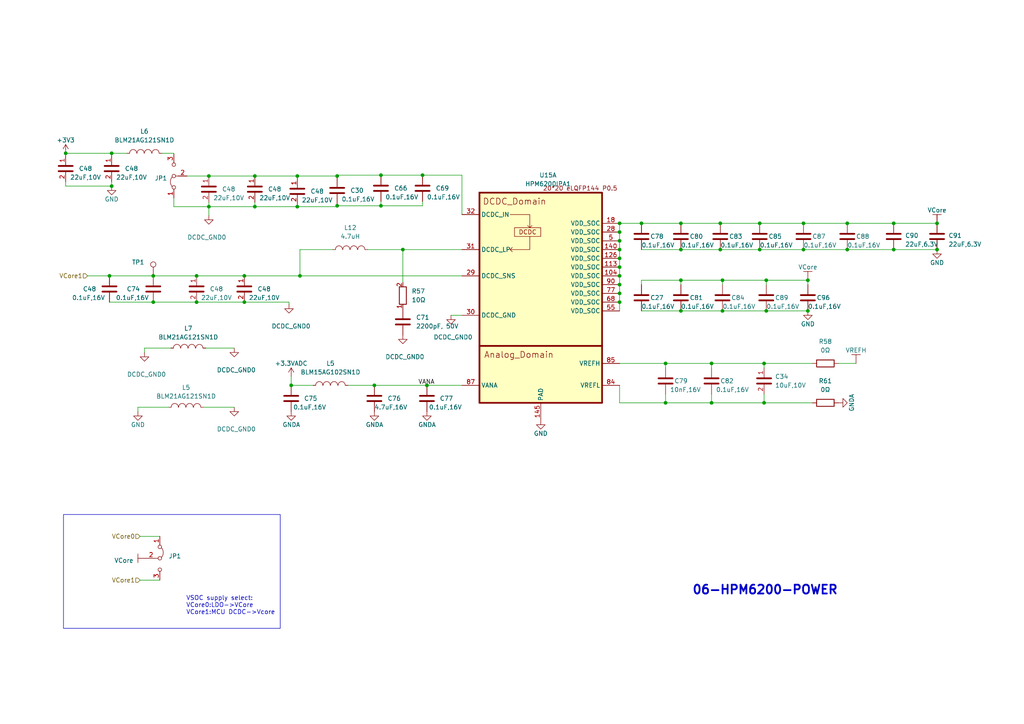
<source format=kicad_sch>
(kicad_sch (version 20230121) (generator eeschema)
  (paper "A4")
  (junction (at 220.345 64.77))
  (junction (at 108.585 111.76))
  (junction (at 60.579 59.944))
  (junction (at 222.25 81.28))
  (junction (at 179.705 67.31))
  (junction (at 208.915 64.77))
  (junction (at 245.745 64.77))
  (junction (at 208.915 72.39))
  (junction (at 57.023 80.01))
  (junction (at 60.579 51.054))
  (junction (at 84.455 111.76))
  (junction (at 193.04 116.84))
  (junction (at 179.705 72.39))
  (junction (at 209.55 90.17))
  (junction (at 197.485 90.17))
  (junction (at 86.233 59.944))
  (junction (at 197.485 64.77))
  (junction (at 110.49 59.69))
  (junction (at 206.375 105.41))
  (junction (at 221.615 116.84))
  (junction (at 233.045 72.39))
  (junction (at 197.485 72.39))
  (junction (at 97.79 59.69))
  (junction (at 86.995 80.01))
  (junction (at 19.05 44.45))
  (junction (at 97.79 51.054))
  (junction (at 206.375 116.84))
  (junction (at 110.49 50.8))
  (junction (at 193.04 105.41))
  (junction (at 179.705 87.63))
  (junction (at 271.78 72.39))
  (junction (at 179.705 80.01))
  (junction (at 32.385 44.45))
  (junction (at 259.207 64.77))
  (junction (at 259.207 72.39))
  (junction (at 245.745 72.39))
  (junction (at 220.345 72.39))
  (junction (at 44.45 87.63))
  (junction (at 179.705 82.55))
  (junction (at 197.485 81.28))
  (junction (at 179.705 69.85))
  (junction (at 222.25 90.17))
  (junction (at 86.233 51.054))
  (junction (at 44.45 80.01))
  (junction (at 57.023 87.63))
  (junction (at 179.705 64.77))
  (junction (at 233.045 64.77))
  (junction (at 116.84 72.39))
  (junction (at 234.315 81.28))
  (junction (at 234.315 90.17))
  (junction (at 31.75 80.01))
  (junction (at 179.705 77.47))
  (junction (at 221.615 105.41))
  (junction (at 70.866 87.63))
  (junction (at 179.705 85.09))
  (junction (at 32.385 53.975))
  (junction (at 122.555 50.8))
  (junction (at 123.825 111.76))
  (junction (at 186.055 64.77))
  (junction (at 70.866 80.01))
  (junction (at 73.914 59.944))
  (junction (at 271.78 64.77))
  (junction (at 73.914 51.054))
  (junction (at 179.705 74.93))
  (junction (at 209.55 81.28))
  (wire (pts (xy 44.45 80.01) (xy 57.023 80.01)))
  (wire (pts (xy 96.52 72.39) (xy 86.995 72.39)))
  (wire (pts (xy 222.25 90.17) (xy 234.315 90.17)))
  (wire (pts (xy 193.04 116.84) (xy 206.375 116.84)))
  (wire (pts (xy 110.49 58.42) (xy 110.49 59.69)))
  (wire (pts (xy 110.49 50.8) (xy 122.555 50.8)))
  (wire (pts (xy 221.615 116.84) (xy 235.585 116.84)))
  (wire (pts (xy 97.79 59.055) (xy 97.79 59.69)))
  (wire (pts (xy 116.84 72.39) (xy 133.985 72.39)))
  (wire (pts (xy 123.825 111.76) (xy 133.985 111.76)))
  (wire (pts (xy 179.705 80.01) (xy 179.705 82.55)))
  (wire (pts (xy 186.055 64.77) (xy 197.485 64.77)))
  (wire (pts (xy 193.04 105.41) (xy 206.375 105.41)))
  (wire (pts (xy 86.233 51.054) (xy 86.233 51.689)))
  (wire (pts (xy 186.055 81.28) (xy 197.485 81.28)))
  (wire (pts (xy 186.055 81.28) (xy 186.055 82.55)))
  (wire (pts (xy 67.945 118.11) (xy 59.055 118.11)))
  (wire (pts (xy 179.705 72.39) (xy 179.705 74.93)))
  (wire (pts (xy 179.705 74.93) (xy 179.705 77.47)))
  (wire (pts (xy 221.615 114.3) (xy 221.615 116.84)))
  (wire (pts (xy 133.985 50.8) (xy 133.985 62.23)))
  (wire (pts (xy 220.345 64.77) (xy 233.045 64.77)))
  (wire (pts (xy 130.81 91.44) (xy 133.985 91.44)))
  (wire (pts (xy 222.25 81.28) (xy 222.25 82.55)))
  (wire (pts (xy 179.705 87.63) (xy 179.705 90.17)))
  (wire (pts (xy 179.705 64.77) (xy 186.055 64.77)))
  (wire (pts (xy 100.965 111.76) (xy 108.585 111.76)))
  (wire (pts (xy 248.285 105.41) (xy 243.205 105.41)))
  (wire (pts (xy 86.995 72.39) (xy 86.995 80.01)))
  (wire (pts (xy 86.233 59.309) (xy 86.233 59.944)))
  (wire (pts (xy 209.55 81.28) (xy 209.55 82.55)))
  (wire (pts (xy 206.375 116.84) (xy 221.615 116.84)))
  (wire (pts (xy 19.05 44.45) (xy 19.05 45.085)))
  (wire (pts (xy 179.705 85.09) (xy 179.705 87.63)))
  (wire (pts (xy 186.055 90.17) (xy 197.485 90.17)))
  (wire (pts (xy 116.84 72.39) (xy 106.68 72.39)))
  (wire (pts (xy 97.79 50.8) (xy 97.79 51.054)))
  (wire (pts (xy 50.419 57.404) (xy 50.419 59.944)))
  (wire (pts (xy 19.05 44.45) (xy 32.385 44.45)))
  (wire (pts (xy 186.055 72.39) (xy 197.485 72.39)))
  (wire (pts (xy 44.45 80.01) (xy 31.75 80.01)))
  (wire (pts (xy 40.005 119.38) (xy 40.005 118.11)))
  (wire (pts (xy 193.04 114.3) (xy 193.04 116.84)))
  (wire (pts (xy 179.705 82.55) (xy 179.705 85.09)))
  (wire (pts (xy 59.69 100.965) (xy 67.945 100.965)))
  (wire (pts (xy 19.05 52.705) (xy 19.05 53.975)))
  (wire (pts (xy 40.64 155.575) (xy 46.355 155.575)))
  (wire (pts (xy 50.419 59.944) (xy 60.579 59.944)))
  (wire (pts (xy 233.045 64.77) (xy 245.745 64.77)))
  (wire (pts (xy 179.705 67.31) (xy 179.705 69.85)))
  (wire (pts (xy 222.25 81.28) (xy 234.315 81.28)))
  (wire (pts (xy 32.385 44.45) (xy 32.385 45.085)))
  (wire (pts (xy 245.745 64.77) (xy 259.207 64.77)))
  (wire (pts (xy 32.385 44.45) (xy 36.83 44.45)))
  (wire (pts (xy 97.79 59.944) (xy 97.79 59.69)))
  (wire (pts (xy 197.485 90.17) (xy 209.55 90.17)))
  (wire (pts (xy 110.49 59.69) (xy 122.555 59.69)))
  (wire (pts (xy 179.705 116.84) (xy 193.04 116.84)))
  (wire (pts (xy 179.705 77.47) (xy 179.705 80.01)))
  (wire (pts (xy 209.55 81.28) (xy 222.25 81.28)))
  (wire (pts (xy 57.023 80.01) (xy 70.866 80.01)))
  (wire (pts (xy 233.045 72.39) (xy 245.745 72.39)))
  (wire (pts (xy 108.585 111.76) (xy 123.825 111.76)))
  (wire (pts (xy 73.914 51.054) (xy 86.233 51.054)))
  (wire (pts (xy 245.745 72.39) (xy 259.207 72.39)))
  (wire (pts (xy 41.91 102.235) (xy 41.91 100.965)))
  (wire (pts (xy 73.914 59.944) (xy 86.233 59.944)))
  (wire (pts (xy 97.79 50.8) (xy 110.49 50.8)))
  (wire (pts (xy 208.915 64.77) (xy 220.345 64.77)))
  (wire (pts (xy 41.91 100.965) (xy 49.53 100.965)))
  (wire (pts (xy 220.345 72.39) (xy 233.045 72.39)))
  (wire (pts (xy 46.99 44.45) (xy 50.419 44.45)))
  (wire (pts (xy 31.75 80.01) (xy 25.4 80.01)))
  (wire (pts (xy 197.485 81.28) (xy 197.485 82.55)))
  (wire (pts (xy 193.04 106.68) (xy 193.04 105.41)))
  (wire (pts (xy 40.64 168.275) (xy 46.355 168.275)))
  (wire (pts (xy 259.207 64.77) (xy 271.78 64.77)))
  (wire (pts (xy 60.579 59.944) (xy 73.914 59.944)))
  (wire (pts (xy 50.419 44.45) (xy 50.419 44.704)))
  (wire (pts (xy 206.375 114.3) (xy 206.375 116.84)))
  (wire (pts (xy 44.45 87.63) (xy 57.023 87.63)))
  (wire (pts (xy 73.914 58.674) (xy 73.914 59.944)))
  (wire (pts (xy 60.579 59.944) (xy 60.579 62.484)))
  (wire (pts (xy 179.705 69.85) (xy 179.705 72.39)))
  (wire (pts (xy 179.705 111.76) (xy 179.705 116.84)))
  (wire (pts (xy 259.207 72.39) (xy 271.78 72.39)))
  (wire (pts (xy 86.995 80.01) (xy 133.985 80.01)))
  (wire (pts (xy 116.84 81.915) (xy 116.84 72.39)))
  (wire (pts (xy 97.79 59.69) (xy 110.49 59.69)))
  (wire (pts (xy 234.315 81.28) (xy 234.315 82.55)))
  (wire (pts (xy 97.79 51.054) (xy 97.79 51.435)))
  (wire (pts (xy 208.915 72.39) (xy 220.345 72.39)))
  (wire (pts (xy 206.375 105.41) (xy 221.615 105.41)))
  (wire (pts (xy 32.385 53.975) (xy 32.385 52.705)))
  (wire (pts (xy 57.023 87.63) (xy 70.866 87.63)))
  (wire (pts (xy 54.229 51.054) (xy 60.579 51.054)))
  (wire (pts (xy 70.866 80.01) (xy 86.995 80.01)))
  (wire (pts (xy 40.005 118.11) (xy 48.895 118.11)))
  (wire (pts (xy 60.579 51.054) (xy 73.914 51.054)))
  (wire (pts (xy 31.75 87.63) (xy 44.45 87.63)))
  (wire (pts (xy 83.82 87.63) (xy 83.82 88.265)))
  (wire (pts (xy 19.05 53.975) (xy 32.385 53.975)))
  (wire (pts (xy 90.805 111.76) (xy 84.455 111.76)))
  (wire (pts (xy 86.233 59.944) (xy 97.79 59.944)))
  (wire (pts (xy 122.555 58.42) (xy 122.555 59.69)))
  (wire (pts (xy 86.233 51.054) (xy 97.79 51.054)))
  (wire (pts (xy 60.579 59.944) (xy 60.579 58.674)))
  (wire (pts (xy 197.485 81.28) (xy 209.55 81.28)))
  (wire (pts (xy 209.55 90.17) (xy 222.25 90.17)))
  (wire (pts (xy 197.485 72.39) (xy 208.915 72.39)))
  (wire (pts (xy 197.485 64.77) (xy 208.915 64.77)))
  (wire (pts (xy 221.615 105.41) (xy 235.585 105.41)))
  (wire (pts (xy 70.866 87.63) (xy 83.82 87.63)))
  (wire (pts (xy 221.615 105.41) (xy 221.615 106.68)))
  (wire (pts (xy 84.455 111.76) (xy 84.455 109.22)))
  (wire (pts (xy 179.705 67.31) (xy 179.705 64.77)))
  (wire (pts (xy 179.705 105.41) (xy 193.04 105.41)))
  (wire (pts (xy 122.555 50.8) (xy 133.985 50.8)))
  (wire (pts (xy 206.375 106.68) (xy 206.375 105.41)))
  (rectangle (start 18.415 149.225) (end 81.28 182.245))
  (text "06-HPM6200-POWER" (at 200.66 172.72 0) (effects (font (size 2.54 2.54) (thickness 0.508) bold) (justify left bottom)))
  (text "VSOC supply select:\nVCore0:LDO->VCore\nVCore1:MCU DCDC->Vcore  " (at 53.975 178.435 0) (effects (font (size 1.27 1.27)) (justify left bottom)))
  (label "VANA" (at 121.285 111.76 0))
  (hierarchical_label "VCore1" (shape input) (at 25.4 80.01 180))
  (hierarchical_label "VCore1" (shape input) (at 40.64 168.275 180))
  (hierarchical_label "VCore0" (shape input) (at 40.64 155.575 180))
  (symbol (lib_id "03_HPM_Capacitance:22uF,10V_0805") (at 70.866 83.82 0) (unit 1)
    (property "Reference" "C48" (at 74.676 83.82 0) (effects (justify left)))
    (property "Value" "22uF,10V" (at 72.136 86.36 0) (effects (justify left)))
    (property "Footprint" "03_HPM_Capacitance:C_0805_2012Metric" (effects hide))
    (property "Model" " CL21A226MPQNNNE" (effects hide))
    (property "Company" " SAMSUNG(三星) " (effects hide))
    (instances (project "HPM62_63_144_ADC_EVK_RevB" (path "" (reference "C48") (unit 1)) (path "" (reference "C72") (unit 1))))
  )
  (symbol (lib_id "03_HPM_Capacitance:0.1uF,16V_0402") (at 44.45 83.82 0) (mirror y) (unit 1)
    (property "Reference" "C74" (at 40.64 83.82 0) (effects (justify left)))
    (property "Value" "0.1uF,16V" (at 43.18 86.36 0) (effects (justify left)))
    (property "Footprint" "03_HPM_Capacitance:C_0402" (effects hide))
    (property "Model" "CL05B104KO5NNNC" (effects hide))
    (property "Company" "SAMSUNG(三星)" (effects hide))
    (instances (project "HPM62_63_144_ADC_EVK_RevB" (path "" (reference "C74") (unit 1))) (project "EVK_REVC" (path "" (reference "C11") (unit 1))))
  )
  (symbol (lib_id "00_HPM_power:GND") (at 271.78 72.39 0) (unit 1)
    (property "Reference" "#PWR0155" (effects hide))
    (property "Value" "GND" (at 271.78 76.2 0))
    (instances (project "HPM62_63_144_ADC_EVK_RevB" (path "" (reference "#PWR0155") (unit 1))) (project "EVK_REVC" (path "" (reference "#PWR0107") (unit 1))))
  )
  (symbol (lib_id "03_HPM_Capacitance:0.1uF,16V_0402") (at 84.455 115.57 0) (mirror y) (unit 1)
    (property "Reference" "C75" (at 92.075 115.57 0) (effects (justify left)))
    (property "Value" "0.1uF,16V" (at 94.615 118.11 0) (effects (justify left)))
    (property "Footprint" "03_HPM_Capacitance:C_0402" (effects hide))
    (property "Model" "CL05B104KO5NNNC" (effects hide))
    (property "Company" "SAMSUNG(三星)" (effects hide))
    (instances (project "HPM62_63_144_ADC_EVK_RevB" (path "" (reference "C75") (unit 1))) (project "EVK_REVC" (path "" (reference "C27") (unit 1))))
  )
  (symbol (lib_id "03_HPM_Capacitance:22uF,10V_0805") (at 86.233 55.499 0) (unit 1)
    (property "Reference" "C48" (at 90.043 55.499 0) (effects (justify left)))
    (property "Value" "22uF,10V" (at 87.503 58.039 0) (effects (justify left)))
    (property "Footprint" "03_HPM_Capacitance:C_0805_2012Metric" (effects hide))
    (property "Model" " CL21A226MPQNNNE" (effects hide))
    (property "Company" " SAMSUNG(三星) " (effects hide))
    (instances (project "HPM62_63_144_ADC_EVK_RevB" (path "" (reference "C48") (unit 1)) (path "" (reference "C55") (unit 1))))
  )
  (symbol (lib_id "03_HPM_Capacitance:22uF,10V_0805") (at 60.579 54.864 0) (unit 1)
    (property "Reference" "C48" (at 64.389 54.864 0) (effects (justify left)))
    (property "Value" "22uF,10V" (at 61.849 57.404 0) (effects (justify left)))
    (property "Footprint" "03_HPM_Capacitance:C_0805_2012Metric" (effects hide))
    (property "Model" " CL21A226MPQNNNE" (effects hide))
    (property "Company" " SAMSUNG(三星) " (effects hide))
    (instances (project "HPM62_63_144_ADC_EVK_RevB" (path "" (reference "C48") (unit 1)) (path "" (reference "C53") (unit 1))))
  )
  (symbol (lib_id "00_HPM_power:DCDC_GND") (at 41.91 102.235 0) (mirror y) (unit 1)
    (property "Reference" "#PWR078" (effects hide))
    (property "Value" "DCDC_GND" (at 36.83 108.585 0) (effects (justify right)))
    (instances (project "HPM62_63_144_ADC_EVK_RevB" (path "" (reference "#PWR078") (unit 1))) (project "HPM6200EVK" (path "" (reference "#PWR0258") (unit 1))))
  )
  (symbol (lib_id "03_HPM_Capacitance:0.1uF,16V_0402") (at 245.745 68.58 0) (unit 1)
    (property "Reference" "C88" (at 248.285 68.58 0) (effects (justify left)))
    (property "Value" "0.1uF,16V" (at 245.745 71.12 0) (effects (justify left)))
    (property "Footprint" "03_HPM_Capacitance:C_0402" (effects hide))
    (property "Model" "CL05B104KO5NNNC" (effects hide))
    (property "Company" "SAMSUNG(三星)" (effects hide))
    (instances (project "HPM62_63_144_ADC_EVK_RevB" (path "" (reference "C88") (unit 1))) (project "EVK_REVC" (path "" (reference "C20") (unit 1))))
  )
  (symbol (lib_id "01-HPM-Peripheral:Jumper_3_Bridged12") (at 46.355 161.925 270) (unit 1)
    (property "Reference" "JP1" (at 48.895 161.29 90) (effects (justify left)))
    (property "Value" "Jumper_3_Bridged12" (effects hide))
    (property "Footprint" "05_HPM_Connector_PinHeader:PinHeader_1x03_P2.54mm_Vertical" (effects hide))
    (instances (project "HPM62_63_144_ADC_EVK_RevB" (path "" (reference "JP1") (unit 1)) (path "" (reference "JP2") (unit 1))))
  )
  (symbol (lib_id "01-HPM-Peripheral:Jumper_3_Bridged12") (at 50.419 51.054 90) (unit 1)
    (property "Reference" "JP1" (at 48.514 51.689 90) (effects (justify left)))
    (property "Value" "Jumper_3_Bridged12" (effects hide))
    (property "Footprint" "05_HPM_Connector_PinHeader:PinHeader_1x03_P2.54mm_Vertical" (effects hide))
    (instances (project "HPM62_63_144_ADC_EVK_RevB" (path "" (reference "JP1") (unit 1)) (path "" (reference "JP3") (unit 1))))
  )
  (symbol (lib_id "03_HPM_Capacitance:0.1uF,16V_0402") (at 110.49 54.61 0) (unit 1)
    (property "Reference" "C66" (at 114.3 54.61 0) (effects (justify left)))
    (property "Value" "0.1uF,16V" (at 111.76 57.15 0) (effects (justify left)))
    (property "Footprint" "03_HPM_Capacitance:C_0402" (effects hide))
    (property "Model" "CL05B104KO5NNNC" (effects hide))
    (property "Company" "SAMSUNG(三星)" (effects hide))
    (instances (project "HPM62_63_144_ADC_EVK_RevB" (path "" (reference "C66") (unit 1))) (project "EVK_REVC" (path "" (reference "C7") (unit 1))))
  )
  (symbol (lib_id "00_HPM_power:DCDC_GND") (at 67.945 118.11 0) (mirror y) (unit 1)
    (property "Reference" "#PWR079" (effects hide))
    (property "Value" "DCDC_GND" (at 62.865 124.46 0) (effects (justify right)))
    (instances (project "HPM62_63_144_ADC_EVK_RevB" (path "" (reference "#PWR079") (unit 1))) (project "HPM6200EVK" (path "" (reference "#PWR0258") (unit 1))))
  )
  (symbol (lib_id "15_HPM_Libing:BLM21AG121SN1D") (at 53.975 118.11 0) (unit 1)
    (property "Reference" "L5" (at 53.975 112.395 0))
    (property "Value" "BLM21AG121SN1D" (at 53.975 114.935 0))
    (property "Footprint" "kicad_lceda:L0805" (effects hide))
    (property "Datasheet" "http://www.szlcsc.com/product/details_90170.html" (effects hide))
    (property "SuppliersPartNumber" "C88990" (effects hide))
    (property "uuid" "std:c6c312cff53c449fa945d85d178df128" (effects hide))
    (property "Model" "BLM21AG121SN1D" (effects hide))
    (property "Company" " muRata(村田) " (effects hide))
  )
  (symbol (lib_id "02_HPM_Resistor:0Ω_0805") (at 239.395 105.41 0) (unit 1)
    (property "Reference" "R58" (at 239.395 99.06 0))
    (property "Value" "0Ω" (at 239.395 101.6 0))
    (property "Footprint" "02_HPM_Resis:R_0603_1608Metric" (effects hide))
    (property "Model" "RS-05000JT" (effects hide))
    (property "Company" "FH(风华)" (effects hide))
  )
  (symbol (lib_id "00_HPM_power:DCDC_GND") (at 67.945 100.965 0) (mirror y) (unit 1)
    (property "Reference" "#PWR0139" (effects hide))
    (property "Value" "DCDC_GND" (at 62.865 107.315 0) (effects (justify right)))
    (instances (project "HPM62_63_144_ADC_EVK_RevB" (path "" (reference "#PWR0139") (unit 1))) (project "HPM6200EVK" (path "" (reference "#PWR0258") (unit 1))))
  )
  (symbol (lib_id "00_HPM_power:GND") (at 32.385 53.975 0) (mirror y) (unit 1)
    (property "Reference" "#PWR077" (effects hide))
    (property "Value" "GND" (at 32.385 57.785 0))
    (instances (project "HPM62_63_144_ADC_EVK_RevB" (path "" (reference "#PWR077") (unit 1))) (project "EVK_REVC" (path "" (reference "#PWR0107") (unit 1))))
  )
  (symbol (lib_id "15_HPM_Libing:BLM21AG121SN1D") (at 41.91 44.45 0) (unit 1)
    (property "Reference" "L6" (at 41.8846 38.1 0))
    (property "Value" "BLM21AG121SN1D" (at 41.8846 40.64 0))
    (property "Footprint" "kicad_lceda:L0805" (effects hide))
    (property "Datasheet" "http://www.szlcsc.com/product/details_90170.html" (effects hide))
    (property "SuppliersPartNumber" "C88990" (effects hide))
    (property "uuid" "std:c6c312cff53c449fa945d85d178df128" (effects hide))
    (property "Model" "BLM21AG121SN1D" (effects hide))
    (property "Company" " muRata(村田) " (effects hide))
  )
  (symbol (lib_id "03_HPM_Capacitance:0.1uF,16V_0402") (at 193.04 110.49 0) (unit 1)
    (property "Reference" "C79" (at 195.58 110.49 0) (effects (justify left)))
    (property "Value" "10nF,16V" (at 194.31 113.03 0) (effects (justify left)))
    (property "Footprint" "03_HPM_Capacitance:C_0402" (effects hide))
    (property "Model" "CL05B104KO5NNNC" (effects hide))
    (property "Company" "SAMSUNG(三星)" (effects hide))
    (instances (project "HPM62_63_144_ADC_EVK_RevB" (path "" (reference "C79") (unit 1))) (project "EVK_REVC" (path "" (reference "C317") (unit 1))))
  )
  (symbol (lib_id "03_HPM_Capacitance:2.2nF,50V_0402") (at 116.84 93.345 0) (mirror y) (unit 1)
    (property "Reference" "C71" (at 120.65 92.075 0) (effects (justify right)))
    (property "Value" "2200pF, 50V" (at 120.65 94.615 0) (effects (justify right)))
    (property "Footprint" "03_HPM_Capacitance:C_0603" (effects hide))
    (property "Model" " CL05B222KB5NNNC" (effects hide))
    (property "Company" "SAMSUNG(三星)" (effects hide))
  )
  (symbol (lib_id "00_HPM_power:+3V3") (at 19.05 44.45 0) (unit 1)
    (property "Reference" "#PWR049" (effects hide))
    (property "Value" "+3V3" (at 19.05 40.64 0))
    (instances (project "HPM62_63_144_ADC_EVK_RevB" (path "" (reference "#PWR049") (unit 1)) (path "" (reference "#PWR0129") (unit 1))))
  )
  (symbol (lib_id "03_HPM_Capacitance:22uF,6.3V_0402") (at 271.78 68.58 0) (unit 1)
    (property "Reference" "C91" (at 275.082 68.326 0) (effects (justify left)))
    (property "Value" "22uF,6.3V" (at 275.082 70.866 0) (effects (justify left)))
    (property "Footprint" "03_HPM_Capacitance:C_0402" (effects hide))
    (property "Model" " CL05A226MQ6ZUN8" (effects hide))
    (property "Company" " SAMSUNG(三星)" (effects hide))
  )
  (symbol (lib_id "03_HPM_Capacitance:4.7uF,10V_0402") (at 206.375 110.49 0) (unit 1)
    (property "Reference" "C82" (at 208.915 110.49 0) (effects (justify left)))
    (property "Value" "0.1uF,16V" (at 207.645 113.03 0) (effects (justify left)))
    (property "Footprint" "03_HPM_Capacitance:C_0402" (effects hide))
    (property "Model" " CL05A475MP5NRNC" (effects hide))
    (property "Company" " SAMSUNG(三星)" (effects hide))
    (instances (project "HPM62_63_144_ADC_EVK_RevB" (path "" (reference "C82") (unit 1))) (project "EVK_REVC" (path "" (reference "C26") (unit 1))))
  )
  (symbol (lib_id "00_HPM_power:VREFH") (at 248.285 105.41 0) (unit 1) (in_bom no) (on_board no)
    (property "Reference" "#PWR092" (effects hide))
    (property "Value" "VREFH" (at 248.285 101.6 0))
    (instances (project "HPM62_63_144_ADC_EVK_RevB" (path "" (reference "#PWR092") (unit 1)) (path "" (reference "#PWR0151") (unit 1))))
  )
  (symbol (lib_id "03_HPM_Capacitance:22uF,10V_0805") (at 57.023 83.82 0) (unit 1)
    (property "Reference" "C48" (at 60.833 83.82 0) (effects (justify left)))
    (property "Value" "22uF,10V" (at 58.293 86.36 0) (effects (justify left)))
    (property "Footprint" "03_HPM_Capacitance:C_0805_2012Metric" (effects hide))
    (property "Model" " CL21A226MPQNNNE" (effects hide))
    (property "Company" " SAMSUNG(三星) " (effects hide))
    (instances (project "HPM62_63_144_ADC_EVK_RevB" (path "" (reference "C48") (unit 1)) (path "" (reference "C73") (unit 1))))
  )
  (symbol (lib_id "00_HPM_power:GNDA") (at 243.205 116.84 90) (unit 1)
    (property "Reference" "#PWR0150" (effects hide))
    (property "Value" "GNDA" (at 247.015 119.38 0) (effects (justify left)))
    (instances (project "HPM62_63_144_ADC_EVK_RevB" (path "" (reference "#PWR0150") (unit 1))) (project "EVK_REVC" (path "" (reference "#PWR0116") (unit 1))))
  )
  (symbol (lib_id "03_HPM_Capacitance:0.1uF,16V_0402") (at 97.79 55.245 0) (unit 1)
    (property "Reference" "C30" (at 101.6 55.245 0) (effects (justify left)))
    (property "Value" "0.1uF,16V" (at 99.06 57.785 0) (effects (justify left)))
    (property "Footprint" "03_HPM_Capacitance:C_0402" (effects hide))
    (property "Model" "CL05B104KO5NNNC" (effects hide))
    (property "Company" "SAMSUNG(三星)" (effects hide))
    (instances (project "HPM62_63_144_ADC_EVK_RevB" (path "" (reference "C30") (unit 1))) (project "EVK_REVC" (path "" (reference "C7") (unit 1))))
  )
  (symbol (lib_id "00_HPM_power:GND") (at 40.005 119.38 0) (mirror y) (unit 1)
    (property "Reference" "#PWR081" (effects hide))
    (property "Value" "GND" (at 40.005 123.19 0))
    (instances (project "HPM62_63_144_ADC_EVK_RevB" (path "" (reference "#PWR081") (unit 1))) (project "EVK_REVC" (path "" (reference "#PWR0107") (unit 1))))
  )
  (symbol (lib_id "03_HPM_Capacitance:0.1uF,16V_0402") (at 186.055 86.36 0) (unit 1)
    (property "Reference" "C27" (at 188.595 86.36 0) (effects (justify left)))
    (property "Value" "0.1uF,16V" (at 186.055 88.9 0) (effects (justify left)))
    (property "Footprint" "03_HPM_Capacitance:C_0402" (effects hide))
    (property "Model" "CL05B104KO5NNNC" (effects hide))
    (property "Company" "SAMSUNG(三星)" (effects hide))
    (instances (project "HPM62_63_144_ADC_EVK_RevB" (path "" (reference "C27") (unit 1))) (project "EVK_REVC" (path "" (reference "C21") (unit 1))))
  )
  (symbol (lib_id "03_HPM_Capacitance:0.1uF,16V_0402") (at 197.485 68.58 0) (unit 1)
    (property "Reference" "C80" (at 200.025 68.58 0) (effects (justify left)))
    (property "Value" "0.1uF,16V" (at 197.485 71.12 0) (effects (justify left)))
    (property "Footprint" "03_HPM_Capacitance:C_0402" (effects hide))
    (property "Model" "CL05B104KO5NNNC" (effects hide))
    (property "Company" "SAMSUNG(三星)" (effects hide))
    (instances (project "HPM62_63_144_ADC_EVK_RevB" (path "" (reference "C80") (unit 1))) (project "EVK_REVC" (path "" (reference "C15") (unit 1))))
  )
  (symbol (lib_id "03_HPM_Capacitance:0.1uF,16V_0402") (at 220.345 68.58 0) (unit 1)
    (property "Reference" "C85" (at 222.885 68.58 0) (effects (justify left)))
    (property "Value" "0.1uF,16V" (at 220.345 71.12 0) (effects (justify left)))
    (property "Footprint" "03_HPM_Capacitance:C_0402" (effects hide))
    (property "Model" "CL05B104KO5NNNC" (effects hide))
    (property "Company" "SAMSUNG(三星)" (effects hide))
    (instances (project "HPM62_63_144_ADC_EVK_RevB" (path "" (reference "C85") (unit 1))) (project "EVK_REVC" (path "" (reference "C17") (unit 1))))
  )
  (symbol (lib_id "00_HPM_power:DCDC_GND") (at 116.84 97.155 0) (mirror y) (unit 1)
    (property "Reference" "#PWR0134" (effects hide))
    (property "Value" "DCDC_GND" (at 111.76 103.505 0) (effects (justify right)))
    (instances (project "HPM62_63_144_ADC_EVK_RevB" (path "" (reference "#PWR0134") (unit 1))) (project "HPM6200EVK" (path "" (reference "#PWR0258") (unit 1))))
  )
  (symbol (lib_id "03_HPM_Capacitance:0.1uF,16V_0402") (at 208.915 68.58 0) (unit 1)
    (property "Reference" "C83" (at 211.455 68.58 0) (effects (justify left)))
    (property "Value" "0.1uF,16V" (at 208.915 71.12 0) (effects (justify left)))
    (property "Footprint" "03_HPM_Capacitance:C_0402" (effects hide))
    (property "Model" "CL05B104KO5NNNC" (effects hide))
    (property "Company" "SAMSUNG(三星)" (effects hide))
    (instances (project "HPM62_63_144_ADC_EVK_RevB" (path "" (reference "C83") (unit 1))) (project "EVK_REVC" (path "" (reference "C16") (unit 1))))
  )
  (symbol (lib_id "00_HPM6200_Library:HPM6200IPA1") (at 139.065 55.88 0) (unit 1)
    (property "Reference" "U15" (at 158.946 50.8 0))
    (property "Value" "HPM6200IPA1" (at 158.946 53.34 0))
    (property "Footprint" "00_HPM_Library:eLQFP144L_22x22_P0.5mm_EP5x5mm" (effects hide))
  )
  (symbol (lib_id "03_HPM_Capacitance:10uF,10V_0603") (at 221.615 110.49 0) (unit 1)
    (property "Reference" "C34" (at 224.79 109.22 0) (effects (justify left)))
    (property "Value" "10uF,10V" (at 224.79 111.76 0) (effects (justify left)))
    (property "Footprint" "02_HPM_Resistor:R_0603_1608Metric" (effects hide))
    (property "Model" " CL10A106KP8NNNC" (effects hide))
    (property "Company" " SAMSUNG(三星) " (effects hide))
    (instances (project "HPM62_63_144_ADC_EVK_RevB" (path "" (reference "C34") (unit 1)) (path "" (reference "C86") (unit 1))))
  )
  (symbol (lib_id "03_HPM_Capacitance:0.1uF,16V_0402") (at 234.315 86.36 0) (unit 1)
    (property "Reference" "C96" (at 236.855 86.36 0) (effects (justify left)))
    (property "Value" "0.1uF,16V" (at 234.315 88.9 0) (effects (justify left)))
    (property "Footprint" "03_HPM_Capacitance:C_0402" (effects hide))
    (property "Model" "CL05B104KO5NNNC" (effects hide))
    (property "Company" "SAMSUNG(三星)" (effects hide))
    (instances (project "HPM62_63_144_ADC_EVK_RevB" (path "" (reference "C96") (unit 1))) (project "EVK_REVC" (path "" (reference "C21") (unit 1))))
  )
  (symbol (lib_id "03_HPM_Capacitance:22uF,6.3V_0402") (at 259.207 68.58 0) (unit 1)
    (property "Reference" "C90" (at 262.509 68.326 0) (effects (justify left)))
    (property "Value" "22uF,6.3V" (at 262.509 70.866 0) (effects (justify left)))
    (property "Footprint" "03_HPM_Capacitance:C_0402" (effects hide))
    (property "Model" " CL05A226MQ6ZUN8" (effects hide))
    (property "Company" " SAMSUNG(三星)" (effects hide))
  )
  (symbol (lib_id "00_HPM_power:GND") (at 156.845 121.92 0) (unit 1)
    (property "Reference" "#PWR0148" (effects hide))
    (property "Value" "GND" (at 156.845 125.73 0))
    (instances (project "HPM62_63_144_ADC_EVK_RevB" (path "" (reference "#PWR0148") (unit 1))) (project "EVK_REVC" (path "" (reference "#PWR0107") (unit 1))))
  )
  (symbol (lib_id "03_HPM_Capacitance:0.1uF,16V_0402") (at 233.045 68.58 0) (unit 1)
    (property "Reference" "C87" (at 235.585 68.58 0) (effects (justify left)))
    (property "Value" "0.1uF,16V" (at 233.045 71.12 0) (effects (justify left)))
    (property "Footprint" "03_HPM_Capacitance:C_0402" (effects hide))
    (property "Model" "CL05B104KO5NNNC" (effects hide))
    (property "Company" "SAMSUNG(三星)" (effects hide))
    (instances (project "HPM62_63_144_ADC_EVK_RevB" (path "" (reference "C87") (unit 1))) (project "EVK_REVC" (path "" (reference "C19") (unit 1))))
  )
  (symbol (lib_id "00_HPM_power:DCDC_GND") (at 60.579 62.484 0) (unit 1)
    (property "Reference" "#PWR0133" (effects hide))
    (property "Value" "DCDC_GND" (at 65.659 68.834 0) (effects (justify right)))
    (instances (project "HPM62_63_144_ADC_EVK_RevB" (path "" (reference "#PWR0133") (unit 1))) (project "HPM6200EVK" (path "" (reference "#PWR0258") (unit 1))))
  )
  (symbol (lib_id "07_HPM_Inductance:磁珠-1kΩ@100MHz_300mA_0402") (at 95.885 111.76 0) (unit 1)
    (property "Reference" "L5" (at 95.8596 105.41 0))
    (property "Value" "BLM15AG102SN1D" (at 95.8596 107.95 0))
    (property "Footprint" "07_HPM_Inductance:L0402" (effects hide))
    (property "Datasheet" "http://www.szlcsc.com/product/details_78010.html" (effects hide))
    (property "SuppliersPartNumber" "C76883" (effects hide))
    (property "uuid" "std:31453510072c4f8e98ec6bbf092c7702" (effects hide))
    (property "Company" " muRata(村田) " (effects hide))
    (instances (project "HPM62_63_144_ADC_EVK_RevB" (path "" (reference "L5") (unit 1)) (path "" (reference "L10") (unit 1))))
  )
  (symbol (lib_id "03_HPM_Capacitance:22uF,10V_0805") (at 32.385 48.895 0) (unit 1)
    (property "Reference" "C48" (at 36.195 48.895 0) (effects (justify left)))
    (property "Value" "22uF,10V" (at 33.655 51.435 0) (effects (justify left)))
    (property "Footprint" "03_HPM_CAP:C_0805_2012Metric" (effects hide))
    (property "Model" " CL21A226MPQNNNE" (effects hide))
    (property "Company" " SAMSUNG(三星) " (effects hide))
    (instances (project "HPM62_63_144_ADC_EVK_RevB" (path "" (reference "C48") (unit 1)) (path "" (reference "C31") (unit 1))))
  )
  (symbol (lib_id "03_HPM_Capacitance:0.1uF,16V_0402") (at 209.55 86.36 0) (unit 1)
    (property "Reference" "C84" (at 212.09 86.36 0) (effects (justify left)))
    (property "Value" "0.1uF,16V" (at 209.55 88.9 0) (effects (justify left)))
    (property "Footprint" "03_HPM_Capacitance:C_0402" (effects hide))
    (property "Model" "CL05B104KO5NNNC" (effects hide))
    (property "Company" "SAMSUNG(三星)" (effects hide))
    (instances (project "HPM62_63_144_ADC_EVK_RevB" (path "" (reference "C84") (unit 1))) (project "EVK_REVC" (path "" (reference "C21") (unit 1))))
  )
  (symbol (lib_id "00_HPM_power:GNDA") (at 84.455 119.38 0) (unit 1)
    (property "Reference" "#PWR0144" (effects hide))
    (property "Value" "GNDA" (at 81.915 123.19 0) (effects (justify left)))
    (instances (project "HPM62_63_144_ADC_EVK_RevB" (path "" (reference "#PWR0144") (unit 1))) (project "EVK_REVC" (path "" (reference "#PWR0114") (unit 1))))
  )
  (symbol (lib_id "03_HPM_Capacitance:0.1uF,16V_0402") (at 186.055 68.58 0) (unit 1)
    (property "Reference" "C78" (at 188.595 68.58 0) (effects (justify left)))
    (property "Value" "0.1uF,16V" (at 186.055 71.12 0) (effects (justify left)))
    (property "Footprint" "03_HPM_Capacitance:C_0402" (effects hide))
    (property "Model" "CL05B104KO5NNNC" (effects hide))
    (property "Company" "SAMSUNG(三星)" (effects hide))
    (instances (project "HPM62_63_144_ADC_EVK_RevB" (path "" (reference "C78") (unit 1))) (project "EVK_REVC" (path "" (reference "C14") (unit 1))))
  )
  (symbol (lib_id "00_HPM_power:VCore") (at 234.315 81.28 0) (unit 1) (in_bom no) (on_board no)
    (property "Reference" "#PWR0147" (effects hide))
    (property "Value" "VCore" (at 234.315 77.47 0))
  )
  (symbol (lib_id "15_HPM_Libing:BLM21AG121SN1D") (at 54.61 100.965 0) (unit 1)
    (property "Reference" "L7" (at 54.61 95.25 0))
    (property "Value" "BLM21AG121SN1D" (at 54.61 97.79 0))
    (property "Footprint" "kicad_lceda:L0805" (effects hide))
    (property "Datasheet" "http://www.szlcsc.com/product/details_90170.html" (effects hide))
    (property "SuppliersPartNumber" "C88990" (effects hide))
    (property "uuid" "std:c6c312cff53c449fa945d85d178df128" (effects hide))
    (property "Model" "BLM21AG121SN1D" (effects hide))
    (property "Company" " muRata(村田) " (effects hide))
  )
  (symbol (lib_id "03_HPM_Capacitance:4.7uF,10V_0402") (at 108.585 115.57 0) (mirror y) (unit 1)
    (property "Reference" "C76" (at 112.395 115.57 0) (effects (justify right)))
    (property "Value" "4.7uF,16V" (at 108.585 118.11 0) (effects (justify right)))
    (property "Footprint" "03_HPM_Capacitance:C_0402" (effects hide))
    (property "Model" " CL05A475MP5NRNC" (effects hide))
    (property "Company" " SAMSUNG(三星)" (effects hide))
    (instances (project "HPM62_63_144_ADC_EVK_RevB" (path "" (reference "C76") (unit 1))) (project "EVK_REVC" (path "" (reference "C25") (unit 1))))
  )
  (symbol (lib_id "07_HPM_Inductance:4.7uH，1.6A") (at 101.6 72.39 0) (unit 1)
    (property "Reference" "L12" (at 101.6 66.04 0))
    (property "Value" "4.7uH" (at 101.6 68.58 0))
    (property "Footprint" "07_HPM_Inductance:L_1210_3225Metric" (effects hide))
    (property "Model" " 1276AS-H-4R7M=P2" (effects hide))
    (property "Company" " muRata(村田) " (effects hide))
  )
  (symbol (lib_id "03_HPM_Capacitance:0.1uF,16V_0402") (at 222.25 86.36 0) (unit 1)
    (property "Reference" "C89" (at 224.79 86.36 0) (effects (justify left)))
    (property "Value" "0.1uF,16V" (at 222.25 88.9 0) (effects (justify left)))
    (property "Footprint" "03_HPM_Capacitance:C_0402" (effects hide))
    (property "Model" "CL05B104KO5NNNC" (effects hide))
    (property "Company" "SAMSUNG(三星)" (effects hide))
    (instances (project "HPM62_63_144_ADC_EVK_RevB" (path "" (reference "C89") (unit 1))) (project "EVK_REVC" (path "" (reference "C21") (unit 1))))
  )
  (symbol (lib_id "00_HPM_power:+3.3VADC") (at 84.455 109.22 0) (unit 1)
    (property "Reference" "#PWR075" (effects hide))
    (property "Value" "+3.3VADC" (at 84.455 105.41 0))
    (instances (project "HPM62_63_144_ADC_EVK_RevB" (path "" (reference "#PWR075") (unit 1)) (path "" (reference "#PWR0135") (unit 1))))
  )
  (symbol (lib_id "00_HPM_power:GNDA") (at 108.585 119.38 0) (unit 1)
    (property "Reference" "#PWR0146" (effects hide))
    (property "Value" "GNDA" (at 106.045 123.19 0) (effects (justify left)))
    (instances (project "HPM62_63_144_ADC_EVK_RevB" (path "" (reference "#PWR0146") (unit 1))) (project "EVK_REVC" (path "" (reference "#PWR0114") (unit 1))))
  )
  (symbol (lib_id "00_HPM_power:VCore") (at 42.545 161.925 90) (unit 1) (in_bom no) (on_board no)
    (property "Reference" "#PWR0143" (effects hide))
    (property "Value" "VCore" (at 38.735 162.56 90) (effects (justify left)))
  )
  (symbol (lib_id "00_HPM_power:GNDA") (at 123.825 119.38 0) (unit 1)
    (property "Reference" "#PWR0152" (effects hide))
    (property "Value" "GNDA" (at 121.285 123.19 0) (effects (justify left)))
    (instances (project "HPM62_63_144_ADC_EVK_RevB" (path "" (reference "#PWR0152") (unit 1))) (project "EVK_REVC" (path "" (reference "#PWR0113") (unit 1))))
  )
  (symbol (lib_id "03_HPM_Capacitance:22uF,10V_0805") (at 19.05 48.895 0) (unit 1)
    (property "Reference" "C48" (at 22.86 48.895 0) (effects (justify left)))
    (property "Value" "22uF,10V" (at 20.32 51.435 0) (effects (justify left)))
    (property "Footprint" "03_HPM_CAP:C_0805_2012Metric" (effects hide))
    (property "Model" " CL21A226MPQNNNE" (effects hide))
    (property "Company" " SAMSUNG(三星) " (effects hide))
    (instances (project "HPM62_63_144_ADC_EVK_RevB" (path "" (reference "C48") (unit 1)) (path "" (reference "C32") (unit 1))))
  )
  (symbol (lib_id "03_HPM_Capacitance:0.1uF,16V_0402") (at 31.75 83.82 0) (mirror y) (unit 1)
    (property "Reference" "C48" (at 27.94 83.82 0) (effects (justify left)))
    (property "Value" "0.1uF,16V" (at 30.48 86.36 0) (effects (justify left)))
    (property "Footprint" "03_HPM_Capacitance:C_0402" (effects hide))
    (property "Model" "CL05B104KO5NNNC" (effects hide))
    (property "Company" "SAMSUNG(三星)" (effects hide))
    (instances (project "HPM62_63_144_ADC_EVK_RevB" (path "" (reference "C48") (unit 1))) (project "EVK_REVC" (path "" (reference "C11") (unit 1))))
  )
  (symbol (lib_id "00_HPM_power:DCDC_GND") (at 130.81 91.44 0) (mirror y) (unit 1)
    (property "Reference" "#PWR0193" (effects hide))
    (property "Value" "DCDC_GND" (at 125.73 97.79 0) (effects (justify right)))
    (instances (project "HPM62_63_144_ADC_EVK_RevB" (path "" (reference "#PWR0193") (unit 1))) (project "HPM6200EVK" (path "" (reference "#PWR0258") (unit 1))))
  )
  (symbol (lib_id "00_HPM_power:DCDC_GND") (at 83.82 88.265 0) (mirror y) (unit 1)
    (property "Reference" "#PWR066" (effects hide))
    (property "Value" "DCDC_GND" (at 78.74 94.615 0) (effects (justify right)))
    (instances (project "HPM62_63_144_ADC_EVK_RevB" (path "" (reference "#PWR066") (unit 1))) (project "HPM6200EVK" (path "" (reference "#PWR0258") (unit 1))))
  )
  (symbol (lib_id "Connector:TestPoint") (at 44.45 80.01 0) (mirror y) (unit 1)
    (property "Reference" "TP1" (at 41.91 76.073 0) (effects (justify left)))
    (property "Value" "VCore" (effects hide))
    (property "Footprint" "TestPoint:TestPoint_Pad_D1.0mm" (effects hide))
    (property "Datasheet" "(layers" (effects hide))
    (instances (project "HPM62_63_144_ADC_EVK_RevB" (path "" (reference "TP1") (unit 1)) (path "" (reference "TP28") (unit 1))))
  )
  (symbol (lib_id "03_HPM_Capacitance:22uF,10V_0805") (at 73.914 54.864 0) (unit 1)
    (property "Reference" "C48" (at 77.724 54.864 0) (effects (justify left)))
    (property "Value" "22uF,10V" (at 75.184 57.404 0) (effects (justify left)))
    (property "Footprint" "03_HPM_Capacitance:C_0805_2012Metric" (effects hide))
    (property "Model" " CL21A226MPQNNNE" (effects hide))
    (property "Company" " SAMSUNG(三星) " (effects hide))
    (instances (project "HPM62_63_144_ADC_EVK_RevB" (path "" (reference "C48") (unit 1)) (path "" (reference "C29") (unit 1))))
  )
  (symbol (lib_id "00_HPM_power:VCore") (at 271.78 64.77 0) (unit 1) (in_bom no) (on_board no)
    (property "Reference" "#PWR0194" (effects hide))
    (property "Value" "VCore" (at 271.78 60.96 0))
  )
  (symbol (lib_id "02_HPM_Resistor:0Ω_0805") (at 239.395 116.84 0) (unit 1)
    (property "Reference" "R61" (at 239.395 110.49 0))
    (property "Value" "0Ω" (at 239.395 113.03 0))
    (property "Footprint" "02_HPM_Resis:R_0603_1608Metric" (effects hide))
    (property "Model" "RS-05000JT" (effects hide))
    (property "Company" "FH(风华)" (effects hide))
  )
  (symbol (lib_id "03_HPM_Capacitance:0.1uF,16V_0402") (at 123.825 115.57 0) (mirror y) (unit 1)
    (property "Reference" "C77" (at 131.445 115.57 0) (effects (justify left)))
    (property "Value" "0.1uF,16V" (at 133.985 118.11 0) (effects (justify left)))
    (property "Footprint" "03_HPM_Capacitance:C_0402" (effects hide))
    (property "Model" "CL05B104KO5NNNC" (effects hide))
    (property "Company" "SAMSUNG(三星)" (effects hide))
    (instances (project "HPM62_63_144_ADC_EVK_RevB" (path "" (reference "C77") (unit 1))) (project "EVK_REVC" (path "" (reference "C27") (unit 1))))
  )
  (symbol (lib_id "03_HPM_Capacitance:0.1uF,16V_0402") (at 197.485 86.36 0) (unit 1)
    (property "Reference" "C81" (at 200.025 86.36 0) (effects (justify left)))
    (property "Value" "0.1uF,16V" (at 197.485 88.9 0) (effects (justify left)))
    (property "Footprint" "03_HPM_Capacitance:C_0402" (effects hide))
    (property "Model" "CL05B104KO5NNNC" (effects hide))
    (property "Company" "SAMSUNG(三星)" (effects hide))
    (instances (project "HPM62_63_144_ADC_EVK_RevB" (path "" (reference "C81") (unit 1))) (project "EVK_REVC" (path "" (reference "C21") (unit 1))))
  )
  (symbol (lib_id "00_HPM_power:GND") (at 234.315 90.17 0) (unit 1)
    (property "Reference" "#PWR0137" (effects hide))
    (property "Value" "GND" (at 234.315 93.98 0))
    (instances (project "HPM62_63_144_ADC_EVK_RevB" (path "" (reference "#PWR0137") (unit 1))) (project "EVK_REVC" (path "" (reference "#PWR0107") (unit 1))))
  )
  (symbol (lib_id "03_HPM_Capacitance:0.1uF,16V_0402") (at 122.555 54.61 0) (unit 1)
    (property "Reference" "C69" (at 126.365 54.61 0) (effects (justify left)))
    (property "Value" "0.1uF,16V" (at 123.825 57.15 0) (effects (justify left)))
    (property "Footprint" "03_HPM_Capacitance:C_0402" (effects hide))
    (property "Model" "CL05B104KO5NNNC" (effects hide))
    (property "Company" "SAMSUNG(三星)" (effects hide))
    (instances (project "HPM62_63_144_ADC_EVK_RevB" (path "" (reference "C69") (unit 1))) (project "EVK_REVC" (path "" (reference "C7") (unit 1))))
  )
  (symbol (lib_id "02_HPM_Resistor:10Ω_0603") (at 116.84 85.725 270) (mirror x) (unit 1)
    (property "Reference" "R57" (at 119.38 84.455 90) (effects (justify left)))
    (property "Value" "10Ω" (at 119.38 86.995 90) (effects (justify left)))
    (property "Footprint" "02_HPM_Resistor:R_0603_1608Metric" (effects hide))
    (property "Model" " 0603WAF100JT5E" (effects hide))
    (property "Company" " UNI-ROYAL(厚声) " (effects hide))
  )
)
</source>
